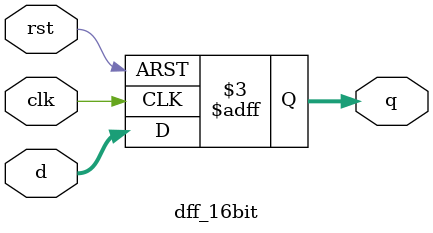
<source format=v>
`timescale 1ns / 1ps
module dff_16bit(d, clk, rst, q);
input clk, rst;
input [15:0] d;
output [15:0] q;
reg [15:0] q;

always @ (posedge clk or posedge rst) begin
	if (rst == 1'b1)
		q <= 15'b0;
	else 
		q <= d;
end

endmodule

</source>
